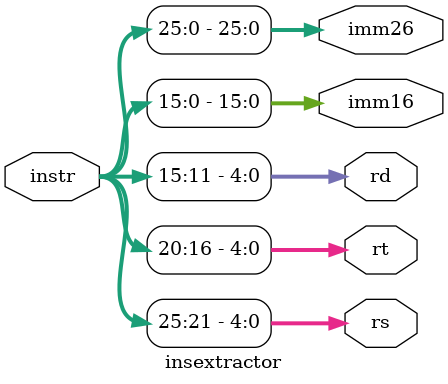
<source format=v>
module insextractor(
    input [31:0] instr,
    output reg [4:0] rs,
    output reg [4:0] rt,
    output reg [4:0] rd,
    output reg [15:0] imm16,
    output reg [25:0] imm26
);

always @(*) begin
    rs = instr[25:21];
    rt = instr[20:16];
    rd = instr[15:11];
    imm16 = instr[15:0];
    imm26 = instr[25:0];
end

endmodule
</source>
